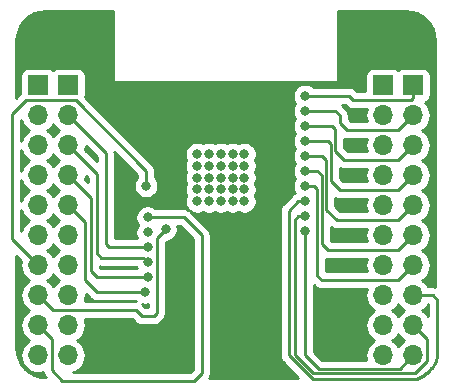
<source format=gbr>
G04 #@! TF.GenerationSoftware,KiCad,Pcbnew,(5.1.4-6-g300381ba4)-1*
G04 #@! TF.CreationDate,2020-01-10T02:39:22+00:00*
G04 #@! TF.ProjectId,esp32-wrover-breakout,65737033-322d-4777-926f-7665722d6272,rev?*
G04 #@! TF.SameCoordinates,Original*
G04 #@! TF.FileFunction,Copper,L2,Bot*
G04 #@! TF.FilePolarity,Positive*
%FSLAX46Y46*%
G04 Gerber Fmt 4.6, Leading zero omitted, Abs format (unit mm)*
G04 Created by KiCad (PCBNEW (5.1.4-6-g300381ba4)-1) date 2020-01-10 02:39:22*
%MOMM*%
%LPD*%
G04 APERTURE LIST*
%ADD10R,1.700000X1.700000*%
%ADD11O,1.700000X1.700000*%
%ADD12C,0.800000*%
%ADD13C,0.250000*%
%ADD14C,0.254000*%
G04 APERTURE END LIST*
D10*
X154305000Y-71120000D03*
D11*
X154305000Y-73660000D03*
X154305000Y-76200000D03*
X154305000Y-78740000D03*
X154305000Y-81280000D03*
X154305000Y-83820000D03*
X154305000Y-86360000D03*
X154305000Y-88900000D03*
X154305000Y-91440000D03*
X154305000Y-93980000D03*
D10*
X122555000Y-71120000D03*
D11*
X122555000Y-73660000D03*
X122555000Y-76200000D03*
X122555000Y-78740000D03*
X122555000Y-81280000D03*
X122555000Y-83820000D03*
X122555000Y-86360000D03*
X122555000Y-88900000D03*
X122555000Y-91440000D03*
X122555000Y-93980000D03*
D10*
X151765000Y-71120000D03*
D11*
X151765000Y-73660000D03*
X151765000Y-76200000D03*
X151765000Y-78740000D03*
X151765000Y-81280000D03*
X151765000Y-83820000D03*
X151765000Y-86360000D03*
X151765000Y-88900000D03*
X151765000Y-91440000D03*
X151765000Y-93980000D03*
D10*
X125095000Y-71120000D03*
D11*
X125095000Y-73660000D03*
X125095000Y-76200000D03*
X125095000Y-78740000D03*
X125095000Y-81280000D03*
X125095000Y-83820000D03*
X125095000Y-86360000D03*
X125095000Y-88900000D03*
X125095000Y-91440000D03*
X125095000Y-93980000D03*
D12*
X136030000Y-76940000D03*
X136030000Y-77940000D03*
X136030000Y-78940000D03*
X136030000Y-79940000D03*
X136030000Y-80940000D03*
X137030000Y-80940000D03*
X137030000Y-79940000D03*
X137030000Y-78940000D03*
X137030000Y-77940000D03*
X137030000Y-76940000D03*
X139030000Y-76940000D03*
X139030000Y-77940000D03*
X139030000Y-78940000D03*
X139030000Y-79940000D03*
X139030000Y-80940000D03*
X138030000Y-80940000D03*
X138030000Y-79940000D03*
X138030000Y-78940000D03*
X138030000Y-77940000D03*
X138030000Y-76940000D03*
X140030000Y-80940000D03*
X140030000Y-79940000D03*
X140030000Y-78940000D03*
X140030000Y-77940000D03*
X140030000Y-76940000D03*
X131572000Y-88646000D03*
X131826000Y-87376000D03*
X131826000Y-86106000D03*
X131826000Y-84836000D03*
X131826000Y-82296000D03*
X131826000Y-83566000D03*
X133350000Y-83312000D03*
X145161000Y-83439000D03*
X145161000Y-82169000D03*
X145161000Y-80899000D03*
X145161000Y-79629000D03*
X145161000Y-78359000D03*
X145161000Y-77089000D03*
X145161000Y-75819000D03*
X145161000Y-74549000D03*
X145161000Y-73279000D03*
X145161000Y-72009000D03*
X131699000Y-79629000D03*
D13*
X131826000Y-88646000D02*
X127508000Y-88646000D01*
X127508000Y-88646000D02*
X126492000Y-87630000D01*
X126492000Y-82677000D02*
X125095000Y-81280000D01*
X126492000Y-87630000D02*
X126492000Y-82677000D01*
X131826000Y-87376000D02*
X127508000Y-87376000D01*
X127508000Y-87376000D02*
X127000000Y-86868000D01*
X127000000Y-80645000D02*
X125095000Y-78740000D01*
X127000000Y-86868000D02*
X127000000Y-80645000D01*
X131426001Y-85706001D02*
X127870001Y-85706001D01*
X131826000Y-86106000D02*
X131426001Y-85706001D01*
X127870001Y-85706001D02*
X127508000Y-85344000D01*
X127508000Y-78613000D02*
X125095000Y-76200000D01*
X127508000Y-85344000D02*
X127508000Y-78613000D01*
X131826000Y-84836000D02*
X128524000Y-84836000D01*
X128524000Y-84836000D02*
X128270000Y-84582000D01*
X128270000Y-76835000D02*
X125095000Y-73660000D01*
X128270000Y-84582000D02*
X128270000Y-76835000D01*
X134874000Y-82296000D02*
X131826000Y-82296000D01*
X135732010Y-96169990D02*
X136398000Y-95504000D01*
X136398000Y-95504000D02*
X136398000Y-83820000D01*
X136398000Y-83820000D02*
X134874000Y-82296000D01*
X122555000Y-91440000D02*
X123698000Y-92583000D01*
X123698000Y-95250000D02*
X124617990Y-96169990D01*
X123698000Y-92583000D02*
X123698000Y-95250000D01*
X124617990Y-96169990D02*
X135732010Y-96169990D01*
X123825000Y-90170000D02*
X122555000Y-88900000D01*
X132588000Y-84074000D02*
X132588000Y-90424000D01*
X133350000Y-83312000D02*
X132588000Y-84074000D01*
X132588000Y-90424000D02*
X132334000Y-90678000D01*
X132334000Y-90678000D02*
X131318000Y-90678000D01*
X131318000Y-90678000D02*
X130810000Y-90170000D01*
X130810000Y-90170000D02*
X123825000Y-90170000D01*
X145161000Y-83439000D02*
X145161000Y-93980000D01*
X145161000Y-93980000D02*
X146304000Y-95123000D01*
X153162000Y-95123000D02*
X154305000Y-93980000D01*
X146304000Y-95123000D02*
X153162000Y-95123000D01*
X155956000Y-88900000D02*
X154305000Y-88900000D01*
X156247564Y-94412645D02*
X156284024Y-94319977D01*
X156207812Y-94503969D02*
X156247564Y-94412645D01*
X156118653Y-94682086D02*
X156164830Y-94593808D01*
X156069387Y-94768602D02*
X156118653Y-94682086D01*
X156017035Y-94853352D02*
X156069387Y-94768602D01*
X155842355Y-95095594D02*
X155903442Y-95016957D01*
X156337000Y-89281000D02*
X155956000Y-88900000D01*
X155778493Y-95172008D02*
X155842355Y-95095594D01*
X155642778Y-95317779D02*
X155711919Y-95246124D01*
X155961704Y-94936161D02*
X156017035Y-94853352D01*
X155571122Y-95386920D02*
X155642778Y-95317779D01*
X155496998Y-95453501D02*
X155571122Y-95386920D01*
X155420595Y-95517354D02*
X155496998Y-95453501D01*
X156317153Y-94226068D02*
X156337000Y-94162686D01*
X154487685Y-96012000D02*
X154551069Y-95992154D01*
X155341951Y-95578446D02*
X155420595Y-95517354D01*
X143764000Y-93980000D02*
X145796000Y-96012000D01*
X145161000Y-80899000D02*
X144595315Y-80899000D01*
X156164830Y-94593808D02*
X156207812Y-94503969D01*
X143764000Y-81730315D02*
X143764000Y-93980000D01*
X155903442Y-95016957D02*
X155961704Y-94936161D01*
X144595315Y-80899000D02*
X143764000Y-81730315D01*
X154551069Y-95992154D02*
X154644960Y-95959031D01*
X154737644Y-95922564D02*
X154828979Y-95882808D01*
X156284024Y-94319977D02*
X156317153Y-94226068D01*
X155711919Y-95246124D02*
X155778493Y-95172008D01*
X154828979Y-95882808D02*
X154918802Y-95839834D01*
X154644960Y-95959031D02*
X154737644Y-95922564D01*
X154918802Y-95839834D02*
X155007091Y-95793651D01*
X145796000Y-96012000D02*
X154487685Y-96012000D01*
X155007091Y-95793651D02*
X155093587Y-95744397D01*
X155093587Y-95744397D02*
X155178349Y-95692037D01*
X156337000Y-94162686D02*
X156337000Y-89281000D01*
X155178349Y-95692037D02*
X155261157Y-95636707D01*
X155261157Y-95636707D02*
X155341951Y-95578446D01*
X155448000Y-92583000D02*
X154305000Y-91440000D01*
X155448000Y-94488000D02*
X155448000Y-92583000D01*
X145161000Y-82169000D02*
X144595315Y-82169000D01*
X144272000Y-82492315D02*
X144272000Y-93980000D01*
X144272000Y-93980000D02*
X145796000Y-95504000D01*
X145796000Y-95504000D02*
X154432000Y-95504000D01*
X144595315Y-82169000D02*
X144272000Y-82492315D01*
X154432000Y-95504000D02*
X155448000Y-94488000D01*
X153035000Y-87630000D02*
X154305000Y-86360000D01*
X146558000Y-87630000D02*
X153035000Y-87630000D01*
X146177000Y-87249000D02*
X146558000Y-87630000D01*
X146177000Y-79883000D02*
X146177000Y-87249000D01*
X145161000Y-79629000D02*
X145923000Y-79629000D01*
X145923000Y-79629000D02*
X146177000Y-79883000D01*
X153035000Y-85090000D02*
X154305000Y-83820000D01*
X147066000Y-85090000D02*
X153035000Y-85090000D01*
X146558000Y-84582000D02*
X147066000Y-85090000D01*
X146558000Y-78740000D02*
X146558000Y-84582000D01*
X145161000Y-78359000D02*
X146177000Y-78359000D01*
X146177000Y-78359000D02*
X146558000Y-78740000D01*
X153035000Y-82550000D02*
X154305000Y-81280000D01*
X147828000Y-82550000D02*
X153035000Y-82550000D01*
X146939000Y-81661000D02*
X147828000Y-82550000D01*
X146939000Y-77470000D02*
X146939000Y-81661000D01*
X145161000Y-77089000D02*
X146558000Y-77089000D01*
X146558000Y-77089000D02*
X146939000Y-77470000D01*
X145161000Y-75819000D02*
X147066000Y-75819000D01*
X147066000Y-75819000D02*
X147320000Y-76073000D01*
X147320000Y-76073000D02*
X147320000Y-79248000D01*
X147320000Y-79248000D02*
X148082000Y-80010000D01*
X153035000Y-80010000D02*
X154305000Y-78740000D01*
X148082000Y-80010000D02*
X153035000Y-80010000D01*
X153035000Y-77470000D02*
X154305000Y-76200000D01*
X148463000Y-77470000D02*
X153035000Y-77470000D01*
X147701000Y-76708000D02*
X148463000Y-77470000D01*
X147701000Y-74803000D02*
X147701000Y-76708000D01*
X145161000Y-74549000D02*
X147447000Y-74549000D01*
X147447000Y-74549000D02*
X147701000Y-74803000D01*
X145161000Y-73279000D02*
X147701000Y-73279000D01*
X147701000Y-73279000D02*
X148082000Y-73660000D01*
X148082000Y-73660000D02*
X148082000Y-74295000D01*
X148082000Y-74295000D02*
X148717000Y-74930000D01*
X153035000Y-74930000D02*
X154305000Y-73660000D01*
X148717000Y-74930000D02*
X153035000Y-74930000D01*
X154305000Y-72220000D02*
X154305000Y-71120000D01*
X154135000Y-72390000D02*
X154305000Y-72220000D01*
X149225000Y-72390000D02*
X154135000Y-72390000D01*
X148844000Y-72009000D02*
X149225000Y-72390000D01*
X145161000Y-72009000D02*
X148844000Y-72009000D01*
X122555000Y-86360000D02*
X120365010Y-84170010D01*
X120365010Y-84170010D02*
X120365010Y-73563990D01*
X120365010Y-73563990D02*
X121539000Y-72390000D01*
X121539000Y-72390000D02*
X125730000Y-72390000D01*
X125730000Y-72390000D02*
X131699000Y-78359000D01*
X131699000Y-78359000D02*
X131699000Y-79629000D01*
X131699000Y-79629000D02*
X131699000Y-79629000D01*
D14*
G36*
X128905000Y-70739000D02*
G01*
X128907440Y-70763776D01*
X128914667Y-70787601D01*
X128926403Y-70809557D01*
X128942197Y-70828803D01*
X128961443Y-70844597D01*
X128983399Y-70856333D01*
X129007224Y-70863560D01*
X129032000Y-70866000D01*
X147828000Y-70866000D01*
X147852776Y-70863560D01*
X147876601Y-70856333D01*
X147898557Y-70844597D01*
X147917803Y-70828803D01*
X147933597Y-70809557D01*
X147945333Y-70787601D01*
X147952560Y-70763776D01*
X147955000Y-70739000D01*
X147955000Y-64795000D01*
X153454095Y-64795000D01*
X153459853Y-64797468D01*
X153592529Y-64825668D01*
X153602180Y-64826683D01*
X154151054Y-64880500D01*
X154613781Y-65020206D01*
X155040568Y-65247132D01*
X155415146Y-65552631D01*
X155723250Y-65925066D01*
X155953147Y-66350249D01*
X156096081Y-66811996D01*
X156153730Y-67360483D01*
X156156018Y-67371627D01*
X156163709Y-67447360D01*
X156185001Y-67517006D01*
X156185000Y-88175269D01*
X156104986Y-88150997D01*
X155993333Y-88140000D01*
X155993322Y-88140000D01*
X155956000Y-88136324D01*
X155918678Y-88140000D01*
X155582595Y-88140000D01*
X155545706Y-88070986D01*
X155360134Y-87844866D01*
X155134014Y-87659294D01*
X155079209Y-87630000D01*
X155134014Y-87600706D01*
X155360134Y-87415134D01*
X155545706Y-87189014D01*
X155683599Y-86931034D01*
X155768513Y-86651111D01*
X155797185Y-86360000D01*
X155768513Y-86068889D01*
X155683599Y-85788966D01*
X155545706Y-85530986D01*
X155360134Y-85304866D01*
X155134014Y-85119294D01*
X155079209Y-85090000D01*
X155134014Y-85060706D01*
X155360134Y-84875134D01*
X155545706Y-84649014D01*
X155683599Y-84391034D01*
X155768513Y-84111111D01*
X155797185Y-83820000D01*
X155768513Y-83528889D01*
X155683599Y-83248966D01*
X155545706Y-82990986D01*
X155360134Y-82764866D01*
X155134014Y-82579294D01*
X155079209Y-82550000D01*
X155134014Y-82520706D01*
X155360134Y-82335134D01*
X155545706Y-82109014D01*
X155683599Y-81851034D01*
X155768513Y-81571111D01*
X155797185Y-81280000D01*
X155768513Y-80988889D01*
X155683599Y-80708966D01*
X155545706Y-80450986D01*
X155360134Y-80224866D01*
X155134014Y-80039294D01*
X155079209Y-80010000D01*
X155134014Y-79980706D01*
X155360134Y-79795134D01*
X155545706Y-79569014D01*
X155683599Y-79311034D01*
X155768513Y-79031111D01*
X155797185Y-78740000D01*
X155768513Y-78448889D01*
X155683599Y-78168966D01*
X155545706Y-77910986D01*
X155360134Y-77684866D01*
X155134014Y-77499294D01*
X155079209Y-77470000D01*
X155134014Y-77440706D01*
X155360134Y-77255134D01*
X155545706Y-77029014D01*
X155683599Y-76771034D01*
X155768513Y-76491111D01*
X155797185Y-76200000D01*
X155768513Y-75908889D01*
X155683599Y-75628966D01*
X155545706Y-75370986D01*
X155360134Y-75144866D01*
X155134014Y-74959294D01*
X155079209Y-74930000D01*
X155134014Y-74900706D01*
X155360134Y-74715134D01*
X155545706Y-74489014D01*
X155683599Y-74231034D01*
X155768513Y-73951111D01*
X155797185Y-73660000D01*
X155768513Y-73368889D01*
X155683599Y-73088966D01*
X155545706Y-72830986D01*
X155360134Y-72604866D01*
X155330313Y-72580393D01*
X155399180Y-72559502D01*
X155509494Y-72500537D01*
X155606185Y-72421185D01*
X155685537Y-72324494D01*
X155744502Y-72214180D01*
X155780812Y-72094482D01*
X155793072Y-71970000D01*
X155793072Y-70270000D01*
X155780812Y-70145518D01*
X155744502Y-70025820D01*
X155685537Y-69915506D01*
X155606185Y-69818815D01*
X155509494Y-69739463D01*
X155399180Y-69680498D01*
X155279482Y-69644188D01*
X155155000Y-69631928D01*
X153455000Y-69631928D01*
X153330518Y-69644188D01*
X153210820Y-69680498D01*
X153100506Y-69739463D01*
X153035000Y-69793222D01*
X152969494Y-69739463D01*
X152859180Y-69680498D01*
X152739482Y-69644188D01*
X152615000Y-69631928D01*
X150915000Y-69631928D01*
X150790518Y-69644188D01*
X150670820Y-69680498D01*
X150560506Y-69739463D01*
X150463815Y-69818815D01*
X150384463Y-69915506D01*
X150325498Y-70025820D01*
X150289188Y-70145518D01*
X150276928Y-70270000D01*
X150276928Y-71630000D01*
X149539801Y-71630000D01*
X149407804Y-71498003D01*
X149384001Y-71468999D01*
X149268276Y-71374026D01*
X149136247Y-71303454D01*
X148992986Y-71259997D01*
X148881333Y-71249000D01*
X148881322Y-71249000D01*
X148844000Y-71245324D01*
X148806678Y-71249000D01*
X145864711Y-71249000D01*
X145820774Y-71205063D01*
X145651256Y-71091795D01*
X145462898Y-71013774D01*
X145262939Y-70974000D01*
X145059061Y-70974000D01*
X144859102Y-71013774D01*
X144670744Y-71091795D01*
X144501226Y-71205063D01*
X144357063Y-71349226D01*
X144243795Y-71518744D01*
X144165774Y-71707102D01*
X144126000Y-71907061D01*
X144126000Y-72110939D01*
X144165774Y-72310898D01*
X144243795Y-72499256D01*
X144340510Y-72644000D01*
X144243795Y-72788744D01*
X144165774Y-72977102D01*
X144126000Y-73177061D01*
X144126000Y-73380939D01*
X144165774Y-73580898D01*
X144243795Y-73769256D01*
X144340510Y-73914000D01*
X144243795Y-74058744D01*
X144165774Y-74247102D01*
X144126000Y-74447061D01*
X144126000Y-74650939D01*
X144165774Y-74850898D01*
X144243795Y-75039256D01*
X144340510Y-75184000D01*
X144243795Y-75328744D01*
X144165774Y-75517102D01*
X144126000Y-75717061D01*
X144126000Y-75920939D01*
X144165774Y-76120898D01*
X144243795Y-76309256D01*
X144340510Y-76454000D01*
X144243795Y-76598744D01*
X144165774Y-76787102D01*
X144126000Y-76987061D01*
X144126000Y-77190939D01*
X144165774Y-77390898D01*
X144243795Y-77579256D01*
X144340510Y-77724000D01*
X144243795Y-77868744D01*
X144165774Y-78057102D01*
X144126000Y-78257061D01*
X144126000Y-78460939D01*
X144165774Y-78660898D01*
X144243795Y-78849256D01*
X144340510Y-78994000D01*
X144243795Y-79138744D01*
X144165774Y-79327102D01*
X144126000Y-79527061D01*
X144126000Y-79730939D01*
X144165774Y-79930898D01*
X144243795Y-80119256D01*
X144295924Y-80197273D01*
X144171038Y-80264026D01*
X144118340Y-80307275D01*
X144055314Y-80358999D01*
X144031516Y-80387998D01*
X143253002Y-81166512D01*
X143223999Y-81190314D01*
X143173543Y-81251795D01*
X143129026Y-81306039D01*
X143062630Y-81430256D01*
X143058454Y-81438069D01*
X143014997Y-81581330D01*
X143004000Y-81692983D01*
X143004000Y-81692993D01*
X143000324Y-81730315D01*
X143004000Y-81767637D01*
X143004001Y-93942668D01*
X143000324Y-93980000D01*
X143004001Y-94017333D01*
X143014998Y-94128986D01*
X143021122Y-94149175D01*
X143058454Y-94272246D01*
X143129026Y-94404276D01*
X143199656Y-94490338D01*
X143224000Y-94520001D01*
X143252998Y-94543799D01*
X144569198Y-95860000D01*
X137069469Y-95860000D01*
X137103546Y-95796247D01*
X137108430Y-95780147D01*
X137147003Y-95652986D01*
X137158000Y-95541333D01*
X137158000Y-95541324D01*
X137161676Y-95504001D01*
X137158000Y-95466678D01*
X137158000Y-83857322D01*
X137161676Y-83819999D01*
X137158000Y-83782676D01*
X137158000Y-83782667D01*
X137147003Y-83671014D01*
X137103546Y-83527753D01*
X137032974Y-83395724D01*
X136984831Y-83337061D01*
X136961799Y-83308996D01*
X136961795Y-83308992D01*
X136938001Y-83279999D01*
X136909008Y-83256205D01*
X135450124Y-81797323D01*
X135539744Y-81857205D01*
X135728102Y-81935226D01*
X135928061Y-81975000D01*
X136131939Y-81975000D01*
X136331898Y-81935226D01*
X136520256Y-81857205D01*
X136530000Y-81850694D01*
X136539744Y-81857205D01*
X136728102Y-81935226D01*
X136928061Y-81975000D01*
X137131939Y-81975000D01*
X137331898Y-81935226D01*
X137520256Y-81857205D01*
X137530000Y-81850694D01*
X137539744Y-81857205D01*
X137728102Y-81935226D01*
X137928061Y-81975000D01*
X138131939Y-81975000D01*
X138331898Y-81935226D01*
X138520256Y-81857205D01*
X138530000Y-81850694D01*
X138539744Y-81857205D01*
X138728102Y-81935226D01*
X138928061Y-81975000D01*
X139131939Y-81975000D01*
X139331898Y-81935226D01*
X139520256Y-81857205D01*
X139530000Y-81850694D01*
X139539744Y-81857205D01*
X139728102Y-81935226D01*
X139928061Y-81975000D01*
X140131939Y-81975000D01*
X140331898Y-81935226D01*
X140520256Y-81857205D01*
X140689774Y-81743937D01*
X140833937Y-81599774D01*
X140947205Y-81430256D01*
X141025226Y-81241898D01*
X141065000Y-81041939D01*
X141065000Y-80838061D01*
X141025226Y-80638102D01*
X140947205Y-80449744D01*
X140940694Y-80440000D01*
X140947205Y-80430256D01*
X141025226Y-80241898D01*
X141065000Y-80041939D01*
X141065000Y-79838061D01*
X141025226Y-79638102D01*
X140947205Y-79449744D01*
X140940694Y-79440000D01*
X140947205Y-79430256D01*
X141025226Y-79241898D01*
X141065000Y-79041939D01*
X141065000Y-78838061D01*
X141025226Y-78638102D01*
X140947205Y-78449744D01*
X140940694Y-78440000D01*
X140947205Y-78430256D01*
X141025226Y-78241898D01*
X141065000Y-78041939D01*
X141065000Y-77838061D01*
X141025226Y-77638102D01*
X140947205Y-77449744D01*
X140940694Y-77440000D01*
X140947205Y-77430256D01*
X141025226Y-77241898D01*
X141065000Y-77041939D01*
X141065000Y-76838061D01*
X141025226Y-76638102D01*
X140947205Y-76449744D01*
X140833937Y-76280226D01*
X140689774Y-76136063D01*
X140520256Y-76022795D01*
X140331898Y-75944774D01*
X140131939Y-75905000D01*
X139928061Y-75905000D01*
X139728102Y-75944774D01*
X139539744Y-76022795D01*
X139530000Y-76029306D01*
X139520256Y-76022795D01*
X139331898Y-75944774D01*
X139131939Y-75905000D01*
X138928061Y-75905000D01*
X138728102Y-75944774D01*
X138539744Y-76022795D01*
X138530000Y-76029306D01*
X138520256Y-76022795D01*
X138331898Y-75944774D01*
X138131939Y-75905000D01*
X137928061Y-75905000D01*
X137728102Y-75944774D01*
X137539744Y-76022795D01*
X137530000Y-76029306D01*
X137520256Y-76022795D01*
X137331898Y-75944774D01*
X137131939Y-75905000D01*
X136928061Y-75905000D01*
X136728102Y-75944774D01*
X136539744Y-76022795D01*
X136530000Y-76029306D01*
X136520256Y-76022795D01*
X136331898Y-75944774D01*
X136131939Y-75905000D01*
X135928061Y-75905000D01*
X135728102Y-75944774D01*
X135539744Y-76022795D01*
X135370226Y-76136063D01*
X135226063Y-76280226D01*
X135112795Y-76449744D01*
X135034774Y-76638102D01*
X134995000Y-76838061D01*
X134995000Y-77041939D01*
X135034774Y-77241898D01*
X135112795Y-77430256D01*
X135119306Y-77440000D01*
X135112795Y-77449744D01*
X135034774Y-77638102D01*
X134995000Y-77838061D01*
X134995000Y-78041939D01*
X135034774Y-78241898D01*
X135112795Y-78430256D01*
X135119306Y-78440000D01*
X135112795Y-78449744D01*
X135034774Y-78638102D01*
X134995000Y-78838061D01*
X134995000Y-79041939D01*
X135034774Y-79241898D01*
X135112795Y-79430256D01*
X135119306Y-79440000D01*
X135112795Y-79449744D01*
X135034774Y-79638102D01*
X134995000Y-79838061D01*
X134995000Y-80041939D01*
X135034774Y-80241898D01*
X135112795Y-80430256D01*
X135119306Y-80440000D01*
X135112795Y-80449744D01*
X135034774Y-80638102D01*
X134995000Y-80838061D01*
X134995000Y-81041939D01*
X135034774Y-81241898D01*
X135112795Y-81430256D01*
X135226063Y-81599774D01*
X135274728Y-81648439D01*
X135166247Y-81590454D01*
X135022986Y-81546997D01*
X134911333Y-81536000D01*
X134911322Y-81536000D01*
X134874000Y-81532324D01*
X134836678Y-81536000D01*
X132529711Y-81536000D01*
X132485774Y-81492063D01*
X132316256Y-81378795D01*
X132127898Y-81300774D01*
X131927939Y-81261000D01*
X131724061Y-81261000D01*
X131524102Y-81300774D01*
X131335744Y-81378795D01*
X131166226Y-81492063D01*
X131022063Y-81636226D01*
X130908795Y-81805744D01*
X130830774Y-81994102D01*
X130791000Y-82194061D01*
X130791000Y-82397939D01*
X130830774Y-82597898D01*
X130908795Y-82786256D01*
X131005510Y-82931000D01*
X130908795Y-83075744D01*
X130830774Y-83264102D01*
X130791000Y-83464061D01*
X130791000Y-83667939D01*
X130830774Y-83867898D01*
X130908795Y-84056256D01*
X130921987Y-84076000D01*
X129030000Y-84076000D01*
X129030000Y-76872322D01*
X129033676Y-76834999D01*
X129030000Y-76797676D01*
X129030000Y-76797667D01*
X129026409Y-76761211D01*
X130939000Y-78673802D01*
X130939000Y-78925289D01*
X130895063Y-78969226D01*
X130781795Y-79138744D01*
X130703774Y-79327102D01*
X130664000Y-79527061D01*
X130664000Y-79730939D01*
X130703774Y-79930898D01*
X130781795Y-80119256D01*
X130895063Y-80288774D01*
X131039226Y-80432937D01*
X131208744Y-80546205D01*
X131397102Y-80624226D01*
X131597061Y-80664000D01*
X131800939Y-80664000D01*
X132000898Y-80624226D01*
X132189256Y-80546205D01*
X132358774Y-80432937D01*
X132502937Y-80288774D01*
X132616205Y-80119256D01*
X132694226Y-79930898D01*
X132734000Y-79730939D01*
X132734000Y-79527061D01*
X132694226Y-79327102D01*
X132616205Y-79138744D01*
X132502937Y-78969226D01*
X132459000Y-78925289D01*
X132459000Y-78396325D01*
X132462676Y-78359000D01*
X132459000Y-78321675D01*
X132459000Y-78321667D01*
X132448003Y-78210014D01*
X132404546Y-78066753D01*
X132333974Y-77934724D01*
X132239001Y-77818999D01*
X132210003Y-77795201D01*
X126556491Y-72141690D01*
X126570812Y-72094482D01*
X126583072Y-71970000D01*
X126583072Y-70270000D01*
X126570812Y-70145518D01*
X126534502Y-70025820D01*
X126475537Y-69915506D01*
X126396185Y-69818815D01*
X126299494Y-69739463D01*
X126189180Y-69680498D01*
X126069482Y-69644188D01*
X125945000Y-69631928D01*
X124245000Y-69631928D01*
X124120518Y-69644188D01*
X124000820Y-69680498D01*
X123890506Y-69739463D01*
X123825000Y-69793222D01*
X123759494Y-69739463D01*
X123649180Y-69680498D01*
X123529482Y-69644188D01*
X123405000Y-69631928D01*
X121705000Y-69631928D01*
X121580518Y-69644188D01*
X121460820Y-69680498D01*
X121350506Y-69739463D01*
X121253815Y-69818815D01*
X121174463Y-69915506D01*
X121115498Y-70025820D01*
X121079188Y-70145518D01*
X121066928Y-70270000D01*
X121066928Y-71794251D01*
X120998999Y-71849999D01*
X120975201Y-71878997D01*
X120675000Y-72179198D01*
X120675000Y-67525905D01*
X120677468Y-67520147D01*
X120705668Y-67387471D01*
X120706683Y-67377820D01*
X120760500Y-66828946D01*
X120900206Y-66366219D01*
X121127132Y-65939432D01*
X121432631Y-65564854D01*
X121805066Y-65256750D01*
X122230249Y-65026853D01*
X122691996Y-64883919D01*
X123240483Y-64826270D01*
X123251627Y-64823982D01*
X123327360Y-64816291D01*
X123397002Y-64795000D01*
X128905000Y-64795000D01*
X128905000Y-70739000D01*
X128905000Y-70739000D01*
G37*
X128905000Y-70739000D02*
X128907440Y-70763776D01*
X128914667Y-70787601D01*
X128926403Y-70809557D01*
X128942197Y-70828803D01*
X128961443Y-70844597D01*
X128983399Y-70856333D01*
X129007224Y-70863560D01*
X129032000Y-70866000D01*
X147828000Y-70866000D01*
X147852776Y-70863560D01*
X147876601Y-70856333D01*
X147898557Y-70844597D01*
X147917803Y-70828803D01*
X147933597Y-70809557D01*
X147945333Y-70787601D01*
X147952560Y-70763776D01*
X147955000Y-70739000D01*
X147955000Y-64795000D01*
X153454095Y-64795000D01*
X153459853Y-64797468D01*
X153592529Y-64825668D01*
X153602180Y-64826683D01*
X154151054Y-64880500D01*
X154613781Y-65020206D01*
X155040568Y-65247132D01*
X155415146Y-65552631D01*
X155723250Y-65925066D01*
X155953147Y-66350249D01*
X156096081Y-66811996D01*
X156153730Y-67360483D01*
X156156018Y-67371627D01*
X156163709Y-67447360D01*
X156185001Y-67517006D01*
X156185000Y-88175269D01*
X156104986Y-88150997D01*
X155993333Y-88140000D01*
X155993322Y-88140000D01*
X155956000Y-88136324D01*
X155918678Y-88140000D01*
X155582595Y-88140000D01*
X155545706Y-88070986D01*
X155360134Y-87844866D01*
X155134014Y-87659294D01*
X155079209Y-87630000D01*
X155134014Y-87600706D01*
X155360134Y-87415134D01*
X155545706Y-87189014D01*
X155683599Y-86931034D01*
X155768513Y-86651111D01*
X155797185Y-86360000D01*
X155768513Y-86068889D01*
X155683599Y-85788966D01*
X155545706Y-85530986D01*
X155360134Y-85304866D01*
X155134014Y-85119294D01*
X155079209Y-85090000D01*
X155134014Y-85060706D01*
X155360134Y-84875134D01*
X155545706Y-84649014D01*
X155683599Y-84391034D01*
X155768513Y-84111111D01*
X155797185Y-83820000D01*
X155768513Y-83528889D01*
X155683599Y-83248966D01*
X155545706Y-82990986D01*
X155360134Y-82764866D01*
X155134014Y-82579294D01*
X155079209Y-82550000D01*
X155134014Y-82520706D01*
X155360134Y-82335134D01*
X155545706Y-82109014D01*
X155683599Y-81851034D01*
X155768513Y-81571111D01*
X155797185Y-81280000D01*
X155768513Y-80988889D01*
X155683599Y-80708966D01*
X155545706Y-80450986D01*
X155360134Y-80224866D01*
X155134014Y-80039294D01*
X155079209Y-80010000D01*
X155134014Y-79980706D01*
X155360134Y-79795134D01*
X155545706Y-79569014D01*
X155683599Y-79311034D01*
X155768513Y-79031111D01*
X155797185Y-78740000D01*
X155768513Y-78448889D01*
X155683599Y-78168966D01*
X155545706Y-77910986D01*
X155360134Y-77684866D01*
X155134014Y-77499294D01*
X155079209Y-77470000D01*
X155134014Y-77440706D01*
X155360134Y-77255134D01*
X155545706Y-77029014D01*
X155683599Y-76771034D01*
X155768513Y-76491111D01*
X155797185Y-76200000D01*
X155768513Y-75908889D01*
X155683599Y-75628966D01*
X155545706Y-75370986D01*
X155360134Y-75144866D01*
X155134014Y-74959294D01*
X155079209Y-74930000D01*
X155134014Y-74900706D01*
X155360134Y-74715134D01*
X155545706Y-74489014D01*
X155683599Y-74231034D01*
X155768513Y-73951111D01*
X155797185Y-73660000D01*
X155768513Y-73368889D01*
X155683599Y-73088966D01*
X155545706Y-72830986D01*
X155360134Y-72604866D01*
X155330313Y-72580393D01*
X155399180Y-72559502D01*
X155509494Y-72500537D01*
X155606185Y-72421185D01*
X155685537Y-72324494D01*
X155744502Y-72214180D01*
X155780812Y-72094482D01*
X155793072Y-71970000D01*
X155793072Y-70270000D01*
X155780812Y-70145518D01*
X155744502Y-70025820D01*
X155685537Y-69915506D01*
X155606185Y-69818815D01*
X155509494Y-69739463D01*
X155399180Y-69680498D01*
X155279482Y-69644188D01*
X155155000Y-69631928D01*
X153455000Y-69631928D01*
X153330518Y-69644188D01*
X153210820Y-69680498D01*
X153100506Y-69739463D01*
X153035000Y-69793222D01*
X152969494Y-69739463D01*
X152859180Y-69680498D01*
X152739482Y-69644188D01*
X152615000Y-69631928D01*
X150915000Y-69631928D01*
X150790518Y-69644188D01*
X150670820Y-69680498D01*
X150560506Y-69739463D01*
X150463815Y-69818815D01*
X150384463Y-69915506D01*
X150325498Y-70025820D01*
X150289188Y-70145518D01*
X150276928Y-70270000D01*
X150276928Y-71630000D01*
X149539801Y-71630000D01*
X149407804Y-71498003D01*
X149384001Y-71468999D01*
X149268276Y-71374026D01*
X149136247Y-71303454D01*
X148992986Y-71259997D01*
X148881333Y-71249000D01*
X148881322Y-71249000D01*
X148844000Y-71245324D01*
X148806678Y-71249000D01*
X145864711Y-71249000D01*
X145820774Y-71205063D01*
X145651256Y-71091795D01*
X145462898Y-71013774D01*
X145262939Y-70974000D01*
X145059061Y-70974000D01*
X144859102Y-71013774D01*
X144670744Y-71091795D01*
X144501226Y-71205063D01*
X144357063Y-71349226D01*
X144243795Y-71518744D01*
X144165774Y-71707102D01*
X144126000Y-71907061D01*
X144126000Y-72110939D01*
X144165774Y-72310898D01*
X144243795Y-72499256D01*
X144340510Y-72644000D01*
X144243795Y-72788744D01*
X144165774Y-72977102D01*
X144126000Y-73177061D01*
X144126000Y-73380939D01*
X144165774Y-73580898D01*
X144243795Y-73769256D01*
X144340510Y-73914000D01*
X144243795Y-74058744D01*
X144165774Y-74247102D01*
X144126000Y-74447061D01*
X144126000Y-74650939D01*
X144165774Y-74850898D01*
X144243795Y-75039256D01*
X144340510Y-75184000D01*
X144243795Y-75328744D01*
X144165774Y-75517102D01*
X144126000Y-75717061D01*
X144126000Y-75920939D01*
X144165774Y-76120898D01*
X144243795Y-76309256D01*
X144340510Y-76454000D01*
X144243795Y-76598744D01*
X144165774Y-76787102D01*
X144126000Y-76987061D01*
X144126000Y-77190939D01*
X144165774Y-77390898D01*
X144243795Y-77579256D01*
X144340510Y-77724000D01*
X144243795Y-77868744D01*
X144165774Y-78057102D01*
X144126000Y-78257061D01*
X144126000Y-78460939D01*
X144165774Y-78660898D01*
X144243795Y-78849256D01*
X144340510Y-78994000D01*
X144243795Y-79138744D01*
X144165774Y-79327102D01*
X144126000Y-79527061D01*
X144126000Y-79730939D01*
X144165774Y-79930898D01*
X144243795Y-80119256D01*
X144295924Y-80197273D01*
X144171038Y-80264026D01*
X144118340Y-80307275D01*
X144055314Y-80358999D01*
X144031516Y-80387998D01*
X143253002Y-81166512D01*
X143223999Y-81190314D01*
X143173543Y-81251795D01*
X143129026Y-81306039D01*
X143062630Y-81430256D01*
X143058454Y-81438069D01*
X143014997Y-81581330D01*
X143004000Y-81692983D01*
X143004000Y-81692993D01*
X143000324Y-81730315D01*
X143004000Y-81767637D01*
X143004001Y-93942668D01*
X143000324Y-93980000D01*
X143004001Y-94017333D01*
X143014998Y-94128986D01*
X143021122Y-94149175D01*
X143058454Y-94272246D01*
X143129026Y-94404276D01*
X143199656Y-94490338D01*
X143224000Y-94520001D01*
X143252998Y-94543799D01*
X144569198Y-95860000D01*
X137069469Y-95860000D01*
X137103546Y-95796247D01*
X137108430Y-95780147D01*
X137147003Y-95652986D01*
X137158000Y-95541333D01*
X137158000Y-95541324D01*
X137161676Y-95504001D01*
X137158000Y-95466678D01*
X137158000Y-83857322D01*
X137161676Y-83819999D01*
X137158000Y-83782676D01*
X137158000Y-83782667D01*
X137147003Y-83671014D01*
X137103546Y-83527753D01*
X137032974Y-83395724D01*
X136984831Y-83337061D01*
X136961799Y-83308996D01*
X136961795Y-83308992D01*
X136938001Y-83279999D01*
X136909008Y-83256205D01*
X135450124Y-81797323D01*
X135539744Y-81857205D01*
X135728102Y-81935226D01*
X135928061Y-81975000D01*
X136131939Y-81975000D01*
X136331898Y-81935226D01*
X136520256Y-81857205D01*
X136530000Y-81850694D01*
X136539744Y-81857205D01*
X136728102Y-81935226D01*
X136928061Y-81975000D01*
X137131939Y-81975000D01*
X137331898Y-81935226D01*
X137520256Y-81857205D01*
X137530000Y-81850694D01*
X137539744Y-81857205D01*
X137728102Y-81935226D01*
X137928061Y-81975000D01*
X138131939Y-81975000D01*
X138331898Y-81935226D01*
X138520256Y-81857205D01*
X138530000Y-81850694D01*
X138539744Y-81857205D01*
X138728102Y-81935226D01*
X138928061Y-81975000D01*
X139131939Y-81975000D01*
X139331898Y-81935226D01*
X139520256Y-81857205D01*
X139530000Y-81850694D01*
X139539744Y-81857205D01*
X139728102Y-81935226D01*
X139928061Y-81975000D01*
X140131939Y-81975000D01*
X140331898Y-81935226D01*
X140520256Y-81857205D01*
X140689774Y-81743937D01*
X140833937Y-81599774D01*
X140947205Y-81430256D01*
X141025226Y-81241898D01*
X141065000Y-81041939D01*
X141065000Y-80838061D01*
X141025226Y-80638102D01*
X140947205Y-80449744D01*
X140940694Y-80440000D01*
X140947205Y-80430256D01*
X141025226Y-80241898D01*
X141065000Y-80041939D01*
X141065000Y-79838061D01*
X141025226Y-79638102D01*
X140947205Y-79449744D01*
X140940694Y-79440000D01*
X140947205Y-79430256D01*
X141025226Y-79241898D01*
X141065000Y-79041939D01*
X141065000Y-78838061D01*
X141025226Y-78638102D01*
X140947205Y-78449744D01*
X140940694Y-78440000D01*
X140947205Y-78430256D01*
X141025226Y-78241898D01*
X141065000Y-78041939D01*
X141065000Y-77838061D01*
X141025226Y-77638102D01*
X140947205Y-77449744D01*
X140940694Y-77440000D01*
X140947205Y-77430256D01*
X141025226Y-77241898D01*
X141065000Y-77041939D01*
X141065000Y-76838061D01*
X141025226Y-76638102D01*
X140947205Y-76449744D01*
X140833937Y-76280226D01*
X140689774Y-76136063D01*
X140520256Y-76022795D01*
X140331898Y-75944774D01*
X140131939Y-75905000D01*
X139928061Y-75905000D01*
X139728102Y-75944774D01*
X139539744Y-76022795D01*
X139530000Y-76029306D01*
X139520256Y-76022795D01*
X139331898Y-75944774D01*
X139131939Y-75905000D01*
X138928061Y-75905000D01*
X138728102Y-75944774D01*
X138539744Y-76022795D01*
X138530000Y-76029306D01*
X138520256Y-76022795D01*
X138331898Y-75944774D01*
X138131939Y-75905000D01*
X137928061Y-75905000D01*
X137728102Y-75944774D01*
X137539744Y-76022795D01*
X137530000Y-76029306D01*
X137520256Y-76022795D01*
X137331898Y-75944774D01*
X137131939Y-75905000D01*
X136928061Y-75905000D01*
X136728102Y-75944774D01*
X136539744Y-76022795D01*
X136530000Y-76029306D01*
X136520256Y-76022795D01*
X136331898Y-75944774D01*
X136131939Y-75905000D01*
X135928061Y-75905000D01*
X135728102Y-75944774D01*
X135539744Y-76022795D01*
X135370226Y-76136063D01*
X135226063Y-76280226D01*
X135112795Y-76449744D01*
X135034774Y-76638102D01*
X134995000Y-76838061D01*
X134995000Y-77041939D01*
X135034774Y-77241898D01*
X135112795Y-77430256D01*
X135119306Y-77440000D01*
X135112795Y-77449744D01*
X135034774Y-77638102D01*
X134995000Y-77838061D01*
X134995000Y-78041939D01*
X135034774Y-78241898D01*
X135112795Y-78430256D01*
X135119306Y-78440000D01*
X135112795Y-78449744D01*
X135034774Y-78638102D01*
X134995000Y-78838061D01*
X134995000Y-79041939D01*
X135034774Y-79241898D01*
X135112795Y-79430256D01*
X135119306Y-79440000D01*
X135112795Y-79449744D01*
X135034774Y-79638102D01*
X134995000Y-79838061D01*
X134995000Y-80041939D01*
X135034774Y-80241898D01*
X135112795Y-80430256D01*
X135119306Y-80440000D01*
X135112795Y-80449744D01*
X135034774Y-80638102D01*
X134995000Y-80838061D01*
X134995000Y-81041939D01*
X135034774Y-81241898D01*
X135112795Y-81430256D01*
X135226063Y-81599774D01*
X135274728Y-81648439D01*
X135166247Y-81590454D01*
X135022986Y-81546997D01*
X134911333Y-81536000D01*
X134911322Y-81536000D01*
X134874000Y-81532324D01*
X134836678Y-81536000D01*
X132529711Y-81536000D01*
X132485774Y-81492063D01*
X132316256Y-81378795D01*
X132127898Y-81300774D01*
X131927939Y-81261000D01*
X131724061Y-81261000D01*
X131524102Y-81300774D01*
X131335744Y-81378795D01*
X131166226Y-81492063D01*
X131022063Y-81636226D01*
X130908795Y-81805744D01*
X130830774Y-81994102D01*
X130791000Y-82194061D01*
X130791000Y-82397939D01*
X130830774Y-82597898D01*
X130908795Y-82786256D01*
X131005510Y-82931000D01*
X130908795Y-83075744D01*
X130830774Y-83264102D01*
X130791000Y-83464061D01*
X130791000Y-83667939D01*
X130830774Y-83867898D01*
X130908795Y-84056256D01*
X130921987Y-84076000D01*
X129030000Y-84076000D01*
X129030000Y-76872322D01*
X129033676Y-76834999D01*
X129030000Y-76797676D01*
X129030000Y-76797667D01*
X129026409Y-76761211D01*
X130939000Y-78673802D01*
X130939000Y-78925289D01*
X130895063Y-78969226D01*
X130781795Y-79138744D01*
X130703774Y-79327102D01*
X130664000Y-79527061D01*
X130664000Y-79730939D01*
X130703774Y-79930898D01*
X130781795Y-80119256D01*
X130895063Y-80288774D01*
X131039226Y-80432937D01*
X131208744Y-80546205D01*
X131397102Y-80624226D01*
X131597061Y-80664000D01*
X131800939Y-80664000D01*
X132000898Y-80624226D01*
X132189256Y-80546205D01*
X132358774Y-80432937D01*
X132502937Y-80288774D01*
X132616205Y-80119256D01*
X132694226Y-79930898D01*
X132734000Y-79730939D01*
X132734000Y-79527061D01*
X132694226Y-79327102D01*
X132616205Y-79138744D01*
X132502937Y-78969226D01*
X132459000Y-78925289D01*
X132459000Y-78396325D01*
X132462676Y-78359000D01*
X132459000Y-78321675D01*
X132459000Y-78321667D01*
X132448003Y-78210014D01*
X132404546Y-78066753D01*
X132333974Y-77934724D01*
X132239001Y-77818999D01*
X132210003Y-77795201D01*
X126556491Y-72141690D01*
X126570812Y-72094482D01*
X126583072Y-71970000D01*
X126583072Y-70270000D01*
X126570812Y-70145518D01*
X126534502Y-70025820D01*
X126475537Y-69915506D01*
X126396185Y-69818815D01*
X126299494Y-69739463D01*
X126189180Y-69680498D01*
X126069482Y-69644188D01*
X125945000Y-69631928D01*
X124245000Y-69631928D01*
X124120518Y-69644188D01*
X124000820Y-69680498D01*
X123890506Y-69739463D01*
X123825000Y-69793222D01*
X123759494Y-69739463D01*
X123649180Y-69680498D01*
X123529482Y-69644188D01*
X123405000Y-69631928D01*
X121705000Y-69631928D01*
X121580518Y-69644188D01*
X121460820Y-69680498D01*
X121350506Y-69739463D01*
X121253815Y-69818815D01*
X121174463Y-69915506D01*
X121115498Y-70025820D01*
X121079188Y-70145518D01*
X121066928Y-70270000D01*
X121066928Y-71794251D01*
X120998999Y-71849999D01*
X120975201Y-71878997D01*
X120675000Y-72179198D01*
X120675000Y-67525905D01*
X120677468Y-67520147D01*
X120705668Y-67387471D01*
X120706683Y-67377820D01*
X120760500Y-66828946D01*
X120900206Y-66366219D01*
X121127132Y-65939432D01*
X121432631Y-65564854D01*
X121805066Y-65256750D01*
X122230249Y-65026853D01*
X122691996Y-64883919D01*
X123240483Y-64826270D01*
X123251627Y-64823982D01*
X123327360Y-64816291D01*
X123397002Y-64795000D01*
X128905000Y-64795000D01*
X128905000Y-70739000D01*
G36*
X121114203Y-85994005D02*
G01*
X121091487Y-86068889D01*
X121062815Y-86360000D01*
X121091487Y-86651111D01*
X121176401Y-86931034D01*
X121314294Y-87189014D01*
X121499866Y-87415134D01*
X121725986Y-87600706D01*
X121780791Y-87630000D01*
X121725986Y-87659294D01*
X121499866Y-87844866D01*
X121314294Y-88070986D01*
X121176401Y-88328966D01*
X121091487Y-88608889D01*
X121062815Y-88900000D01*
X121091487Y-89191111D01*
X121176401Y-89471034D01*
X121314294Y-89729014D01*
X121499866Y-89955134D01*
X121725986Y-90140706D01*
X121780791Y-90170000D01*
X121725986Y-90199294D01*
X121499866Y-90384866D01*
X121314294Y-90610986D01*
X121176401Y-90868966D01*
X121091487Y-91148889D01*
X121062815Y-91440000D01*
X121091487Y-91731111D01*
X121176401Y-92011034D01*
X121314294Y-92269014D01*
X121499866Y-92495134D01*
X121725986Y-92680706D01*
X121780791Y-92710000D01*
X121725986Y-92739294D01*
X121499866Y-92924866D01*
X121314294Y-93150986D01*
X121176401Y-93408966D01*
X121091487Y-93688889D01*
X121062815Y-93980000D01*
X121091487Y-94271111D01*
X121176401Y-94551034D01*
X121314294Y-94809014D01*
X121499866Y-95035134D01*
X121725986Y-95220706D01*
X121983966Y-95358599D01*
X122263889Y-95443513D01*
X122482050Y-95465000D01*
X122627950Y-95465000D01*
X122846111Y-95443513D01*
X122952697Y-95411180D01*
X122959081Y-95432225D01*
X122992454Y-95542246D01*
X123063026Y-95674276D01*
X123132168Y-95758525D01*
X123158000Y-95790001D01*
X123186998Y-95813799D01*
X123195395Y-95822196D01*
X122708946Y-95774500D01*
X122246215Y-95634793D01*
X121819433Y-95407868D01*
X121444854Y-95102369D01*
X121136750Y-94729935D01*
X120906852Y-94304749D01*
X120763919Y-93843004D01*
X120706270Y-93294518D01*
X120703983Y-93283375D01*
X120696291Y-93207640D01*
X120675000Y-93137997D01*
X120675000Y-85554801D01*
X121114203Y-85994005D01*
X121114203Y-85994005D01*
G37*
X121114203Y-85994005D02*
X121091487Y-86068889D01*
X121062815Y-86360000D01*
X121091487Y-86651111D01*
X121176401Y-86931034D01*
X121314294Y-87189014D01*
X121499866Y-87415134D01*
X121725986Y-87600706D01*
X121780791Y-87630000D01*
X121725986Y-87659294D01*
X121499866Y-87844866D01*
X121314294Y-88070986D01*
X121176401Y-88328966D01*
X121091487Y-88608889D01*
X121062815Y-88900000D01*
X121091487Y-89191111D01*
X121176401Y-89471034D01*
X121314294Y-89729014D01*
X121499866Y-89955134D01*
X121725986Y-90140706D01*
X121780791Y-90170000D01*
X121725986Y-90199294D01*
X121499866Y-90384866D01*
X121314294Y-90610986D01*
X121176401Y-90868966D01*
X121091487Y-91148889D01*
X121062815Y-91440000D01*
X121091487Y-91731111D01*
X121176401Y-92011034D01*
X121314294Y-92269014D01*
X121499866Y-92495134D01*
X121725986Y-92680706D01*
X121780791Y-92710000D01*
X121725986Y-92739294D01*
X121499866Y-92924866D01*
X121314294Y-93150986D01*
X121176401Y-93408966D01*
X121091487Y-93688889D01*
X121062815Y-93980000D01*
X121091487Y-94271111D01*
X121176401Y-94551034D01*
X121314294Y-94809014D01*
X121499866Y-95035134D01*
X121725986Y-95220706D01*
X121983966Y-95358599D01*
X122263889Y-95443513D01*
X122482050Y-95465000D01*
X122627950Y-95465000D01*
X122846111Y-95443513D01*
X122952697Y-95411180D01*
X122959081Y-95432225D01*
X122992454Y-95542246D01*
X123063026Y-95674276D01*
X123132168Y-95758525D01*
X123158000Y-95790001D01*
X123186998Y-95813799D01*
X123195395Y-95822196D01*
X122708946Y-95774500D01*
X122246215Y-95634793D01*
X121819433Y-95407868D01*
X121444854Y-95102369D01*
X121136750Y-94729935D01*
X120906852Y-94304749D01*
X120763919Y-93843004D01*
X120706270Y-93294518D01*
X120703983Y-93283375D01*
X120696291Y-93207640D01*
X120675000Y-93137997D01*
X120675000Y-85554801D01*
X121114203Y-85994005D01*
G36*
X135638001Y-84134804D02*
G01*
X135638000Y-95189198D01*
X135417209Y-95409990D01*
X125496621Y-95409990D01*
X125666034Y-95358599D01*
X125924014Y-95220706D01*
X126150134Y-95035134D01*
X126335706Y-94809014D01*
X126473599Y-94551034D01*
X126558513Y-94271111D01*
X126587185Y-93980000D01*
X126558513Y-93688889D01*
X126473599Y-93408966D01*
X126335706Y-93150986D01*
X126150134Y-92924866D01*
X125924014Y-92739294D01*
X125869209Y-92710000D01*
X125924014Y-92680706D01*
X126150134Y-92495134D01*
X126335706Y-92269014D01*
X126473599Y-92011034D01*
X126558513Y-91731111D01*
X126587185Y-91440000D01*
X126558513Y-91148889D01*
X126492114Y-90930000D01*
X130495199Y-90930000D01*
X130754200Y-91189002D01*
X130777999Y-91218001D01*
X130893724Y-91312974D01*
X131025753Y-91383546D01*
X131169014Y-91427003D01*
X131280667Y-91438000D01*
X131280676Y-91438000D01*
X131317999Y-91441676D01*
X131355322Y-91438000D01*
X132296678Y-91438000D01*
X132334000Y-91441676D01*
X132371322Y-91438000D01*
X132371333Y-91438000D01*
X132482986Y-91427003D01*
X132626247Y-91383546D01*
X132758276Y-91312974D01*
X132874001Y-91218001D01*
X132897804Y-91188997D01*
X133098997Y-90987804D01*
X133128001Y-90964001D01*
X133222974Y-90848276D01*
X133293546Y-90716247D01*
X133337003Y-90572986D01*
X133348000Y-90461333D01*
X133348000Y-90461324D01*
X133351676Y-90424001D01*
X133348000Y-90386678D01*
X133348000Y-84388801D01*
X133389801Y-84347000D01*
X133451939Y-84347000D01*
X133651898Y-84307226D01*
X133840256Y-84229205D01*
X134009774Y-84115937D01*
X134153937Y-83971774D01*
X134267205Y-83802256D01*
X134345226Y-83613898D01*
X134385000Y-83413939D01*
X134385000Y-83210061D01*
X134354356Y-83056000D01*
X134559199Y-83056000D01*
X135638001Y-84134804D01*
X135638001Y-84134804D01*
G37*
X135638001Y-84134804D02*
X135638000Y-95189198D01*
X135417209Y-95409990D01*
X125496621Y-95409990D01*
X125666034Y-95358599D01*
X125924014Y-95220706D01*
X126150134Y-95035134D01*
X126335706Y-94809014D01*
X126473599Y-94551034D01*
X126558513Y-94271111D01*
X126587185Y-93980000D01*
X126558513Y-93688889D01*
X126473599Y-93408966D01*
X126335706Y-93150986D01*
X126150134Y-92924866D01*
X125924014Y-92739294D01*
X125869209Y-92710000D01*
X125924014Y-92680706D01*
X126150134Y-92495134D01*
X126335706Y-92269014D01*
X126473599Y-92011034D01*
X126558513Y-91731111D01*
X126587185Y-91440000D01*
X126558513Y-91148889D01*
X126492114Y-90930000D01*
X130495199Y-90930000D01*
X130754200Y-91189002D01*
X130777999Y-91218001D01*
X130893724Y-91312974D01*
X131025753Y-91383546D01*
X131169014Y-91427003D01*
X131280667Y-91438000D01*
X131280676Y-91438000D01*
X131317999Y-91441676D01*
X131355322Y-91438000D01*
X132296678Y-91438000D01*
X132334000Y-91441676D01*
X132371322Y-91438000D01*
X132371333Y-91438000D01*
X132482986Y-91427003D01*
X132626247Y-91383546D01*
X132758276Y-91312974D01*
X132874001Y-91218001D01*
X132897804Y-91188997D01*
X133098997Y-90987804D01*
X133128001Y-90964001D01*
X133222974Y-90848276D01*
X133293546Y-90716247D01*
X133337003Y-90572986D01*
X133348000Y-90461333D01*
X133348000Y-90461324D01*
X133351676Y-90424001D01*
X133348000Y-90386678D01*
X133348000Y-84388801D01*
X133389801Y-84347000D01*
X133451939Y-84347000D01*
X133651898Y-84307226D01*
X133840256Y-84229205D01*
X134009774Y-84115937D01*
X134153937Y-83971774D01*
X134267205Y-83802256D01*
X134345226Y-83613898D01*
X134385000Y-83413939D01*
X134385000Y-83210061D01*
X134354356Y-83056000D01*
X134559199Y-83056000D01*
X135638001Y-84134804D01*
G36*
X145994196Y-88140997D02*
G01*
X146017999Y-88170001D01*
X146133724Y-88264974D01*
X146265753Y-88335546D01*
X146409014Y-88379003D01*
X146520667Y-88390000D01*
X146520676Y-88390000D01*
X146557999Y-88393676D01*
X146595322Y-88390000D01*
X150367886Y-88390000D01*
X150301487Y-88608889D01*
X150272815Y-88900000D01*
X150301487Y-89191111D01*
X150386401Y-89471034D01*
X150524294Y-89729014D01*
X150709866Y-89955134D01*
X150935986Y-90140706D01*
X150990791Y-90170000D01*
X150935986Y-90199294D01*
X150709866Y-90384866D01*
X150524294Y-90610986D01*
X150386401Y-90868966D01*
X150301487Y-91148889D01*
X150272815Y-91440000D01*
X150301487Y-91731111D01*
X150386401Y-92011034D01*
X150524294Y-92269014D01*
X150709866Y-92495134D01*
X150935986Y-92680706D01*
X150990791Y-92710000D01*
X150935986Y-92739294D01*
X150709866Y-92924866D01*
X150524294Y-93150986D01*
X150386401Y-93408966D01*
X150301487Y-93688889D01*
X150272815Y-93980000D01*
X150301487Y-94271111D01*
X150329361Y-94363000D01*
X146618802Y-94363000D01*
X145921000Y-93665199D01*
X145921000Y-88067801D01*
X145994196Y-88140997D01*
X145994196Y-88140997D01*
G37*
X145994196Y-88140997D02*
X146017999Y-88170001D01*
X146133724Y-88264974D01*
X146265753Y-88335546D01*
X146409014Y-88379003D01*
X146520667Y-88390000D01*
X146520676Y-88390000D01*
X146557999Y-88393676D01*
X146595322Y-88390000D01*
X150367886Y-88390000D01*
X150301487Y-88608889D01*
X150272815Y-88900000D01*
X150301487Y-89191111D01*
X150386401Y-89471034D01*
X150524294Y-89729014D01*
X150709866Y-89955134D01*
X150935986Y-90140706D01*
X150990791Y-90170000D01*
X150935986Y-90199294D01*
X150709866Y-90384866D01*
X150524294Y-90610986D01*
X150386401Y-90868966D01*
X150301487Y-91148889D01*
X150272815Y-91440000D01*
X150301487Y-91731111D01*
X150386401Y-92011034D01*
X150524294Y-92269014D01*
X150709866Y-92495134D01*
X150935986Y-92680706D01*
X150990791Y-92710000D01*
X150935986Y-92739294D01*
X150709866Y-92924866D01*
X150524294Y-93150986D01*
X150386401Y-93408966D01*
X150301487Y-93688889D01*
X150272815Y-93980000D01*
X150301487Y-94271111D01*
X150329361Y-94363000D01*
X146618802Y-94363000D01*
X145921000Y-93665199D01*
X145921000Y-88067801D01*
X145994196Y-88140997D01*
G36*
X153064294Y-92269014D02*
G01*
X153249866Y-92495134D01*
X153475986Y-92680706D01*
X153530791Y-92710000D01*
X153475986Y-92739294D01*
X153249866Y-92924866D01*
X153064294Y-93150986D01*
X153035000Y-93205791D01*
X153005706Y-93150986D01*
X152820134Y-92924866D01*
X152594014Y-92739294D01*
X152539209Y-92710000D01*
X152594014Y-92680706D01*
X152820134Y-92495134D01*
X153005706Y-92269014D01*
X153035000Y-92214209D01*
X153064294Y-92269014D01*
X153064294Y-92269014D01*
G37*
X153064294Y-92269014D02*
X153249866Y-92495134D01*
X153475986Y-92680706D01*
X153530791Y-92710000D01*
X153475986Y-92739294D01*
X153249866Y-92924866D01*
X153064294Y-93150986D01*
X153035000Y-93205791D01*
X153005706Y-93150986D01*
X152820134Y-92924866D01*
X152594014Y-92739294D01*
X152539209Y-92710000D01*
X152594014Y-92680706D01*
X152820134Y-92495134D01*
X153005706Y-92269014D01*
X153035000Y-92214209D01*
X153064294Y-92269014D01*
G36*
X155577001Y-90669534D02*
G01*
X155545706Y-90610986D01*
X155360134Y-90384866D01*
X155134014Y-90199294D01*
X155079209Y-90170000D01*
X155134014Y-90140706D01*
X155360134Y-89955134D01*
X155545706Y-89729014D01*
X155577001Y-89670465D01*
X155577001Y-90669534D01*
X155577001Y-90669534D01*
G37*
X155577001Y-90669534D02*
X155545706Y-90610986D01*
X155360134Y-90384866D01*
X155134014Y-90199294D01*
X155079209Y-90170000D01*
X155134014Y-90140706D01*
X155360134Y-89955134D01*
X155545706Y-89729014D01*
X155577001Y-89670465D01*
X155577001Y-90669534D01*
G36*
X153064294Y-89729014D02*
G01*
X153249866Y-89955134D01*
X153475986Y-90140706D01*
X153530791Y-90170000D01*
X153475986Y-90199294D01*
X153249866Y-90384866D01*
X153064294Y-90610986D01*
X153035000Y-90665791D01*
X153005706Y-90610986D01*
X152820134Y-90384866D01*
X152594014Y-90199294D01*
X152539209Y-90170000D01*
X152594014Y-90140706D01*
X152820134Y-89955134D01*
X153005706Y-89729014D01*
X153035000Y-89674209D01*
X153064294Y-89729014D01*
X153064294Y-89729014D01*
G37*
X153064294Y-89729014D02*
X153249866Y-89955134D01*
X153475986Y-90140706D01*
X153530791Y-90170000D01*
X153475986Y-90199294D01*
X153249866Y-90384866D01*
X153064294Y-90610986D01*
X153035000Y-90665791D01*
X153005706Y-90610986D01*
X152820134Y-90384866D01*
X152594014Y-90199294D01*
X152539209Y-90170000D01*
X152594014Y-90140706D01*
X152820134Y-89955134D01*
X153005706Y-89729014D01*
X153035000Y-89674209D01*
X153064294Y-89729014D01*
G36*
X131828001Y-89918000D02*
G01*
X131632802Y-89918000D01*
X131377362Y-89662561D01*
X131470061Y-89681000D01*
X131673939Y-89681000D01*
X131828001Y-89650355D01*
X131828001Y-89918000D01*
X131828001Y-89918000D01*
G37*
X131828001Y-89918000D02*
X131632802Y-89918000D01*
X131377362Y-89662561D01*
X131470061Y-89681000D01*
X131673939Y-89681000D01*
X131828001Y-89650355D01*
X131828001Y-89918000D01*
G36*
X126944201Y-89157003D02*
G01*
X126967999Y-89186001D01*
X126996997Y-89209799D01*
X127083723Y-89280974D01*
X127164735Y-89324276D01*
X127215753Y-89351546D01*
X127359014Y-89395003D01*
X127470667Y-89406000D01*
X127470677Y-89406000D01*
X127508000Y-89409676D01*
X127545322Y-89406000D01*
X130868289Y-89406000D01*
X130875016Y-89412727D01*
X130847333Y-89410000D01*
X130847322Y-89410000D01*
X130810000Y-89406324D01*
X130772678Y-89410000D01*
X126492114Y-89410000D01*
X126558513Y-89191111D01*
X126587185Y-88900000D01*
X126576258Y-88789060D01*
X126944201Y-89157003D01*
X126944201Y-89157003D01*
G37*
X126944201Y-89157003D02*
X126967999Y-89186001D01*
X126996997Y-89209799D01*
X127083723Y-89280974D01*
X127164735Y-89324276D01*
X127215753Y-89351546D01*
X127359014Y-89395003D01*
X127470667Y-89406000D01*
X127470677Y-89406000D01*
X127508000Y-89409676D01*
X127545322Y-89406000D01*
X130868289Y-89406000D01*
X130875016Y-89412727D01*
X130847333Y-89410000D01*
X130847322Y-89410000D01*
X130810000Y-89406324D01*
X130772678Y-89410000D01*
X126492114Y-89410000D01*
X126558513Y-89191111D01*
X126587185Y-88900000D01*
X126576258Y-88789060D01*
X126944201Y-89157003D01*
G36*
X123854294Y-87189014D02*
G01*
X124039866Y-87415134D01*
X124265986Y-87600706D01*
X124320791Y-87630000D01*
X124265986Y-87659294D01*
X124039866Y-87844866D01*
X123854294Y-88070986D01*
X123825000Y-88125791D01*
X123795706Y-88070986D01*
X123610134Y-87844866D01*
X123384014Y-87659294D01*
X123329209Y-87630000D01*
X123384014Y-87600706D01*
X123610134Y-87415134D01*
X123795706Y-87189014D01*
X123825000Y-87134209D01*
X123854294Y-87189014D01*
X123854294Y-87189014D01*
G37*
X123854294Y-87189014D02*
X124039866Y-87415134D01*
X124265986Y-87600706D01*
X124320791Y-87630000D01*
X124265986Y-87659294D01*
X124039866Y-87844866D01*
X123854294Y-88070986D01*
X123825000Y-88125791D01*
X123795706Y-88070986D01*
X123610134Y-87844866D01*
X123384014Y-87659294D01*
X123329209Y-87630000D01*
X123384014Y-87600706D01*
X123610134Y-87415134D01*
X123795706Y-87189014D01*
X123825000Y-87134209D01*
X123854294Y-87189014D01*
G36*
X147028667Y-85850000D02*
G01*
X147028676Y-85850000D01*
X147065999Y-85853676D01*
X147103322Y-85850000D01*
X150367886Y-85850000D01*
X150301487Y-86068889D01*
X150272815Y-86360000D01*
X150301487Y-86651111D01*
X150367886Y-86870000D01*
X146937000Y-86870000D01*
X146937000Y-85840971D01*
X147028667Y-85850000D01*
X147028667Y-85850000D01*
G37*
X147028667Y-85850000D02*
X147028676Y-85850000D01*
X147065999Y-85853676D01*
X147103322Y-85850000D01*
X150367886Y-85850000D01*
X150301487Y-86068889D01*
X150272815Y-86360000D01*
X150301487Y-86651111D01*
X150367886Y-86870000D01*
X146937000Y-86870000D01*
X146937000Y-85840971D01*
X147028667Y-85850000D01*
G36*
X127832668Y-86466001D02*
G01*
X127832676Y-86466001D01*
X127870001Y-86469677D01*
X127907326Y-86466001D01*
X130854841Y-86466001D01*
X130908795Y-86596256D01*
X130921987Y-86616000D01*
X127822802Y-86616000D01*
X127760000Y-86553199D01*
X127760000Y-86458844D01*
X127832668Y-86466001D01*
X127832668Y-86466001D01*
G37*
X127832668Y-86466001D02*
X127832676Y-86466001D01*
X127870001Y-86469677D01*
X127907326Y-86466001D01*
X130854841Y-86466001D01*
X130908795Y-86596256D01*
X130921987Y-86616000D01*
X127822802Y-86616000D01*
X127760000Y-86553199D01*
X127760000Y-86458844D01*
X127832668Y-86466001D01*
G36*
X123854294Y-84649014D02*
G01*
X124039866Y-84875134D01*
X124265986Y-85060706D01*
X124320791Y-85090000D01*
X124265986Y-85119294D01*
X124039866Y-85304866D01*
X123854294Y-85530986D01*
X123825000Y-85585791D01*
X123795706Y-85530986D01*
X123610134Y-85304866D01*
X123384014Y-85119294D01*
X123329209Y-85090000D01*
X123384014Y-85060706D01*
X123610134Y-84875134D01*
X123795706Y-84649014D01*
X123825000Y-84594209D01*
X123854294Y-84649014D01*
X123854294Y-84649014D01*
G37*
X123854294Y-84649014D02*
X124039866Y-84875134D01*
X124265986Y-85060706D01*
X124320791Y-85090000D01*
X124265986Y-85119294D01*
X124039866Y-85304866D01*
X123854294Y-85530986D01*
X123825000Y-85585791D01*
X123795706Y-85530986D01*
X123610134Y-85304866D01*
X123384014Y-85119294D01*
X123329209Y-85090000D01*
X123384014Y-85060706D01*
X123610134Y-84875134D01*
X123795706Y-84649014D01*
X123825000Y-84594209D01*
X123854294Y-84649014D01*
G36*
X147403724Y-83184974D02*
G01*
X147535753Y-83255546D01*
X147679014Y-83299003D01*
X147790667Y-83310000D01*
X147790677Y-83310000D01*
X147828000Y-83313676D01*
X147865323Y-83310000D01*
X150367886Y-83310000D01*
X150301487Y-83528889D01*
X150272815Y-83820000D01*
X150301487Y-84111111D01*
X150367886Y-84330000D01*
X147380802Y-84330000D01*
X147318000Y-84267199D01*
X147318000Y-83114622D01*
X147403724Y-83184974D01*
X147403724Y-83184974D01*
G37*
X147403724Y-83184974D02*
X147535753Y-83255546D01*
X147679014Y-83299003D01*
X147790667Y-83310000D01*
X147790677Y-83310000D01*
X147828000Y-83313676D01*
X147865323Y-83310000D01*
X150367886Y-83310000D01*
X150301487Y-83528889D01*
X150272815Y-83820000D01*
X150301487Y-84111111D01*
X150367886Y-84330000D01*
X147380802Y-84330000D01*
X147318000Y-84267199D01*
X147318000Y-83114622D01*
X147403724Y-83184974D01*
G36*
X121176401Y-81851034D02*
G01*
X121314294Y-82109014D01*
X121499866Y-82335134D01*
X121725986Y-82520706D01*
X121780791Y-82550000D01*
X121725986Y-82579294D01*
X121499866Y-82764866D01*
X121314294Y-82990986D01*
X121176401Y-83248966D01*
X121125010Y-83418379D01*
X121125010Y-81681621D01*
X121176401Y-81851034D01*
X121176401Y-81851034D01*
G37*
X121176401Y-81851034D02*
X121314294Y-82109014D01*
X121499866Y-82335134D01*
X121725986Y-82520706D01*
X121780791Y-82550000D01*
X121725986Y-82579294D01*
X121499866Y-82764866D01*
X121314294Y-82990986D01*
X121176401Y-83248966D01*
X121125010Y-83418379D01*
X121125010Y-81681621D01*
X121176401Y-81851034D01*
G36*
X123854294Y-82109014D02*
G01*
X124039866Y-82335134D01*
X124265986Y-82520706D01*
X124320791Y-82550000D01*
X124265986Y-82579294D01*
X124039866Y-82764866D01*
X123854294Y-82990986D01*
X123825000Y-83045791D01*
X123795706Y-82990986D01*
X123610134Y-82764866D01*
X123384014Y-82579294D01*
X123329209Y-82550000D01*
X123384014Y-82520706D01*
X123610134Y-82335134D01*
X123795706Y-82109014D01*
X123825000Y-82054209D01*
X123854294Y-82109014D01*
X123854294Y-82109014D01*
G37*
X123854294Y-82109014D02*
X124039866Y-82335134D01*
X124265986Y-82520706D01*
X124320791Y-82550000D01*
X124265986Y-82579294D01*
X124039866Y-82764866D01*
X123854294Y-82990986D01*
X123825000Y-83045791D01*
X123795706Y-82990986D01*
X123610134Y-82764866D01*
X123384014Y-82579294D01*
X123329209Y-82550000D01*
X123384014Y-82520706D01*
X123610134Y-82335134D01*
X123795706Y-82109014D01*
X123825000Y-82054209D01*
X123854294Y-82109014D01*
G36*
X147789753Y-80715546D02*
G01*
X147933014Y-80759003D01*
X148044667Y-80770000D01*
X148044675Y-80770000D01*
X148082000Y-80773676D01*
X148119325Y-80770000D01*
X150367886Y-80770000D01*
X150301487Y-80988889D01*
X150272815Y-81280000D01*
X150301487Y-81571111D01*
X150367886Y-81790000D01*
X148142802Y-81790000D01*
X147699000Y-81346199D01*
X147699000Y-80667037D01*
X147789753Y-80715546D01*
X147789753Y-80715546D01*
G37*
X147789753Y-80715546D02*
X147933014Y-80759003D01*
X148044667Y-80770000D01*
X148044675Y-80770000D01*
X148082000Y-80773676D01*
X148119325Y-80770000D01*
X150367886Y-80770000D01*
X150301487Y-80988889D01*
X150272815Y-81280000D01*
X150301487Y-81571111D01*
X150367886Y-81790000D01*
X148142802Y-81790000D01*
X147699000Y-81346199D01*
X147699000Y-80667037D01*
X147789753Y-80715546D01*
G36*
X121176401Y-79311034D02*
G01*
X121314294Y-79569014D01*
X121499866Y-79795134D01*
X121725986Y-79980706D01*
X121780791Y-80010000D01*
X121725986Y-80039294D01*
X121499866Y-80224866D01*
X121314294Y-80450986D01*
X121176401Y-80708966D01*
X121125010Y-80878379D01*
X121125010Y-79141621D01*
X121176401Y-79311034D01*
X121176401Y-79311034D01*
G37*
X121176401Y-79311034D02*
X121314294Y-79569014D01*
X121499866Y-79795134D01*
X121725986Y-79980706D01*
X121780791Y-80010000D01*
X121725986Y-80039294D01*
X121499866Y-80224866D01*
X121314294Y-80450986D01*
X121176401Y-80708966D01*
X121125010Y-80878379D01*
X121125010Y-79141621D01*
X121176401Y-79311034D01*
G36*
X123854294Y-79569014D02*
G01*
X124039866Y-79795134D01*
X124265986Y-79980706D01*
X124320791Y-80010000D01*
X124265986Y-80039294D01*
X124039866Y-80224866D01*
X123854294Y-80450986D01*
X123825000Y-80505791D01*
X123795706Y-80450986D01*
X123610134Y-80224866D01*
X123384014Y-80039294D01*
X123329209Y-80010000D01*
X123384014Y-79980706D01*
X123610134Y-79795134D01*
X123795706Y-79569014D01*
X123825000Y-79514209D01*
X123854294Y-79569014D01*
X123854294Y-79569014D01*
G37*
X123854294Y-79569014D02*
X124039866Y-79795134D01*
X124265986Y-79980706D01*
X124320791Y-80010000D01*
X124265986Y-80039294D01*
X124039866Y-80224866D01*
X123854294Y-80450986D01*
X123825000Y-80505791D01*
X123795706Y-80450986D01*
X123610134Y-80224866D01*
X123384014Y-80039294D01*
X123329209Y-80010000D01*
X123384014Y-79980706D01*
X123610134Y-79795134D01*
X123795706Y-79569014D01*
X123825000Y-79514209D01*
X123854294Y-79569014D01*
G36*
X126748001Y-78927803D02*
G01*
X126748001Y-79318199D01*
X126535797Y-79105995D01*
X126558513Y-79031111D01*
X126584765Y-78764567D01*
X126748001Y-78927803D01*
X126748001Y-78927803D01*
G37*
X126748001Y-78927803D02*
X126748001Y-79318199D01*
X126535797Y-79105995D01*
X126558513Y-79031111D01*
X126584765Y-78764567D01*
X126748001Y-78927803D01*
G36*
X148170753Y-78175546D02*
G01*
X148314014Y-78219003D01*
X148425667Y-78230000D01*
X148425675Y-78230000D01*
X148463000Y-78233676D01*
X148500325Y-78230000D01*
X150367886Y-78230000D01*
X150301487Y-78448889D01*
X150272815Y-78740000D01*
X150301487Y-79031111D01*
X150367886Y-79250000D01*
X148396802Y-79250000D01*
X148080000Y-78933199D01*
X148080000Y-78127037D01*
X148170753Y-78175546D01*
X148170753Y-78175546D01*
G37*
X148170753Y-78175546D02*
X148314014Y-78219003D01*
X148425667Y-78230000D01*
X148425675Y-78230000D01*
X148463000Y-78233676D01*
X148500325Y-78230000D01*
X150367886Y-78230000D01*
X150301487Y-78448889D01*
X150272815Y-78740000D01*
X150301487Y-79031111D01*
X150367886Y-79250000D01*
X148396802Y-79250000D01*
X148080000Y-78933199D01*
X148080000Y-78127037D01*
X148170753Y-78175546D01*
G36*
X121176401Y-76771034D02*
G01*
X121314294Y-77029014D01*
X121499866Y-77255134D01*
X121725986Y-77440706D01*
X121780791Y-77470000D01*
X121725986Y-77499294D01*
X121499866Y-77684866D01*
X121314294Y-77910986D01*
X121176401Y-78168966D01*
X121125010Y-78338379D01*
X121125010Y-76601621D01*
X121176401Y-76771034D01*
X121176401Y-76771034D01*
G37*
X121176401Y-76771034D02*
X121314294Y-77029014D01*
X121499866Y-77255134D01*
X121725986Y-77440706D01*
X121780791Y-77470000D01*
X121725986Y-77499294D01*
X121499866Y-77684866D01*
X121314294Y-77910986D01*
X121176401Y-78168966D01*
X121125010Y-78338379D01*
X121125010Y-76601621D01*
X121176401Y-76771034D01*
G36*
X123854294Y-77029014D02*
G01*
X124039866Y-77255134D01*
X124265986Y-77440706D01*
X124320791Y-77470000D01*
X124265986Y-77499294D01*
X124039866Y-77684866D01*
X123854294Y-77910986D01*
X123825000Y-77965791D01*
X123795706Y-77910986D01*
X123610134Y-77684866D01*
X123384014Y-77499294D01*
X123329209Y-77470000D01*
X123384014Y-77440706D01*
X123610134Y-77255134D01*
X123795706Y-77029014D01*
X123825000Y-76974209D01*
X123854294Y-77029014D01*
X123854294Y-77029014D01*
G37*
X123854294Y-77029014D02*
X124039866Y-77255134D01*
X124265986Y-77440706D01*
X124320791Y-77470000D01*
X124265986Y-77499294D01*
X124039866Y-77684866D01*
X123854294Y-77910986D01*
X123825000Y-77965791D01*
X123795706Y-77910986D01*
X123610134Y-77684866D01*
X123384014Y-77499294D01*
X123329209Y-77470000D01*
X123384014Y-77440706D01*
X123610134Y-77255134D01*
X123795706Y-77029014D01*
X123825000Y-76974209D01*
X123854294Y-77029014D01*
G36*
X127510001Y-77149803D02*
G01*
X127510001Y-77540199D01*
X126535797Y-76565996D01*
X126558513Y-76491111D01*
X126584765Y-76224567D01*
X127510001Y-77149803D01*
X127510001Y-77149803D01*
G37*
X127510001Y-77149803D02*
X127510001Y-77540199D01*
X126535797Y-76565996D01*
X126558513Y-76491111D01*
X126584765Y-76224567D01*
X127510001Y-77149803D01*
G36*
X148568014Y-75679003D02*
G01*
X148717000Y-75693677D01*
X148754333Y-75690000D01*
X150367886Y-75690000D01*
X150301487Y-75908889D01*
X150272815Y-76200000D01*
X150301487Y-76491111D01*
X150367886Y-76710000D01*
X148777802Y-76710000D01*
X148461000Y-76393199D01*
X148461000Y-75646541D01*
X148568014Y-75679003D01*
X148568014Y-75679003D01*
G37*
X148568014Y-75679003D02*
X148717000Y-75693677D01*
X148754333Y-75690000D01*
X150367886Y-75690000D01*
X150301487Y-75908889D01*
X150272815Y-76200000D01*
X150301487Y-76491111D01*
X150367886Y-76710000D01*
X148777802Y-76710000D01*
X148461000Y-76393199D01*
X148461000Y-75646541D01*
X148568014Y-75679003D01*
G36*
X121176401Y-74231034D02*
G01*
X121314294Y-74489014D01*
X121499866Y-74715134D01*
X121725986Y-74900706D01*
X121780791Y-74930000D01*
X121725986Y-74959294D01*
X121499866Y-75144866D01*
X121314294Y-75370986D01*
X121176401Y-75628966D01*
X121125010Y-75798379D01*
X121125010Y-74061621D01*
X121176401Y-74231034D01*
X121176401Y-74231034D01*
G37*
X121176401Y-74231034D02*
X121314294Y-74489014D01*
X121499866Y-74715134D01*
X121725986Y-74900706D01*
X121780791Y-74930000D01*
X121725986Y-74959294D01*
X121499866Y-75144866D01*
X121314294Y-75370986D01*
X121176401Y-75628966D01*
X121125010Y-75798379D01*
X121125010Y-74061621D01*
X121176401Y-74231034D01*
G36*
X123854294Y-74489014D02*
G01*
X124039866Y-74715134D01*
X124265986Y-74900706D01*
X124320791Y-74930000D01*
X124265986Y-74959294D01*
X124039866Y-75144866D01*
X123854294Y-75370986D01*
X123825000Y-75425791D01*
X123795706Y-75370986D01*
X123610134Y-75144866D01*
X123384014Y-74959294D01*
X123329209Y-74930000D01*
X123384014Y-74900706D01*
X123610134Y-74715134D01*
X123795706Y-74489014D01*
X123825000Y-74434209D01*
X123854294Y-74489014D01*
X123854294Y-74489014D01*
G37*
X123854294Y-74489014D02*
X124039866Y-74715134D01*
X124265986Y-74900706D01*
X124320791Y-74930000D01*
X124265986Y-74959294D01*
X124039866Y-75144866D01*
X123854294Y-75370986D01*
X123825000Y-75425791D01*
X123795706Y-75370986D01*
X123610134Y-75144866D01*
X123384014Y-74959294D01*
X123329209Y-74930000D01*
X123384014Y-74900706D01*
X123610134Y-74715134D01*
X123795706Y-74489014D01*
X123825000Y-74434209D01*
X123854294Y-74489014D01*
G36*
X148661196Y-72900997D02*
G01*
X148684999Y-72930001D01*
X148800724Y-73024974D01*
X148932753Y-73095546D01*
X149076014Y-73139003D01*
X149187667Y-73150000D01*
X149187676Y-73150000D01*
X149224999Y-73153676D01*
X149262322Y-73150000D01*
X150367886Y-73150000D01*
X150301487Y-73368889D01*
X150272815Y-73660000D01*
X150301487Y-73951111D01*
X150367886Y-74170000D01*
X149031802Y-74170000D01*
X148842000Y-73980199D01*
X148842000Y-73697322D01*
X148845676Y-73659999D01*
X148842000Y-73622676D01*
X148842000Y-73622667D01*
X148831003Y-73511014D01*
X148787546Y-73367753D01*
X148716974Y-73235724D01*
X148622001Y-73119999D01*
X148592998Y-73096197D01*
X148265801Y-72769000D01*
X148529199Y-72769000D01*
X148661196Y-72900997D01*
X148661196Y-72900997D01*
G37*
X148661196Y-72900997D02*
X148684999Y-72930001D01*
X148800724Y-73024974D01*
X148932753Y-73095546D01*
X149076014Y-73139003D01*
X149187667Y-73150000D01*
X149187676Y-73150000D01*
X149224999Y-73153676D01*
X149262322Y-73150000D01*
X150367886Y-73150000D01*
X150301487Y-73368889D01*
X150272815Y-73660000D01*
X150301487Y-73951111D01*
X150367886Y-74170000D01*
X149031802Y-74170000D01*
X148842000Y-73980199D01*
X148842000Y-73697322D01*
X148845676Y-73659999D01*
X148842000Y-73622676D01*
X148842000Y-73622667D01*
X148831003Y-73511014D01*
X148787546Y-73367753D01*
X148716974Y-73235724D01*
X148622001Y-73119999D01*
X148592998Y-73096197D01*
X148265801Y-72769000D01*
X148529199Y-72769000D01*
X148661196Y-72900997D01*
M02*

</source>
